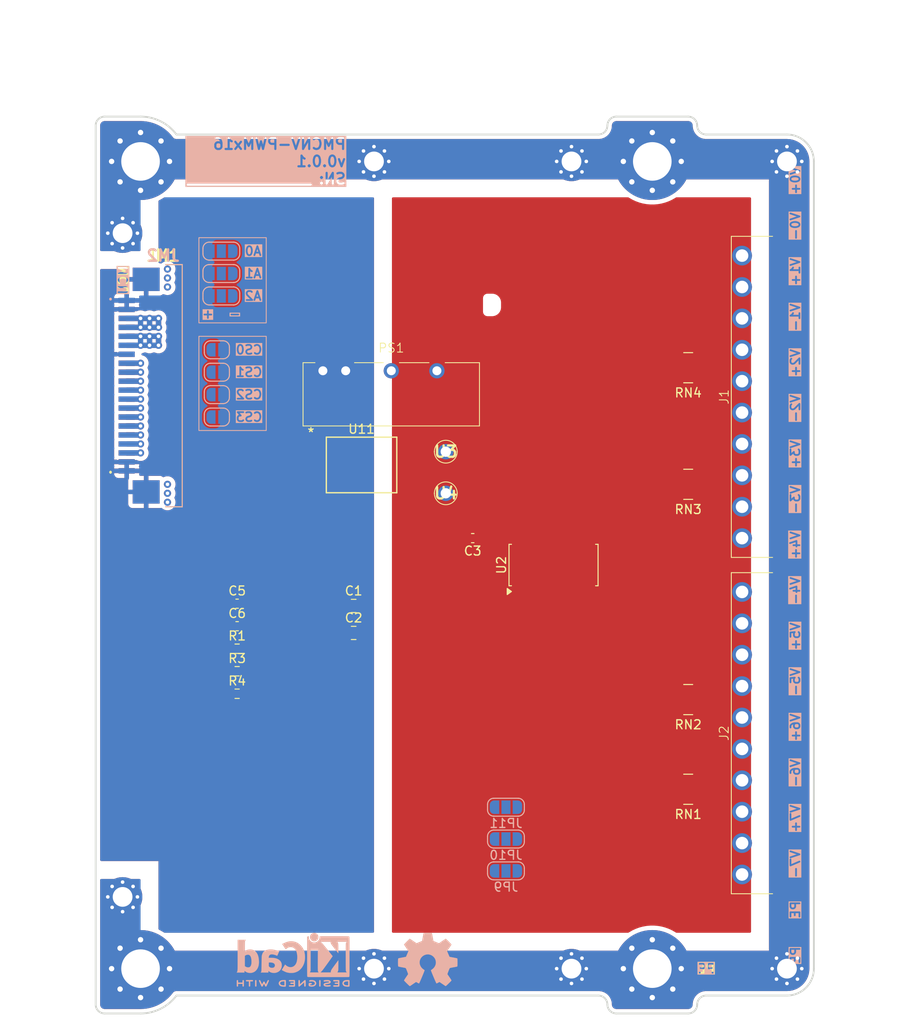
<source format=kicad_pcb>
(kicad_pcb (version 20241229) (generator "pcbnew") (generator_version "9.0")
  (title_block (title "${article} v${version}"))
  (layers (0 "F.Cu" signal) (2 "B.Cu" signal) (13 "F.Paste" user) (15 "B.Paste" user) (5 "F.SilkS" user "F.Silkscreen") (7 "B.SilkS" user "B.Silkscreen") (1 "F.Mask" user) (3 "B.Mask" user) (25 "Edge.Cuts" user))
  (property "article" "PMCNV-PWMx16")
  (property "version" "0.0.1")
  (net 0 "")
  (net 1 "PE")
  (net 2 "/CS2_IB")
  (net 3 "/MOSI_IB")
  (net 4 "GND_IB")
  (net 5 "/SDA_IB")
  (net 6 "Net-(JM1-Pin_5)")
  (net 7 "GND_CNV")
  (net 8 "+3.3V_IB")
  (net 9 "/MISO_IB")
  (net 10 "+5V_IB")
  (net 11 "/RST_IB")
  (net 12 "/A0")
  (net 13 "/A1")
  (net 14 "/A2")
  (net 15 "/SCL_IB")
  (net 16 "/CS3_IB")
  (net 17 "/SCK_IB")
  (net 18 "/CS1_IB")
  (net 19 "/CS0_IB")
  (net 20 "+5V_CNV")
  (net 21 "/SDA_CNV")
  (net 22 "/SCL_CNV")
  (net 23 "/A3")
  (net 24 "/A4")
  (net 25 "/A5")
  (net 26 "/PWM0")
  (net 27 "/PWM5")
  (net 28 "/PWM3")
  (net 29 "/PWM7")
  (net 30 "/PWM6")
  (net 31 "/PWM1")
  (net 32 "/PWM4")
  (net 33 "/PWM2")
  (net 34 "/PWM8")
  (net 35 "/PWM10")
  (net 36 "/PWM13")
  (net 37 "/PWM11")
  (net 38 "/PWM15")
  (net 39 "/PWM9")
  (net 40 "/PWM12")
  (net 41 "/PWM14")
  (net 42 "Net-(RN1A-R1.2)")
  (net 43 "Net-(RN1D-R4.2)")
  (net 44 "Net-(RN1B-R2.2)")
  (net 45 "Net-(RN1C-R3.2)")
  (net 46 "Net-(RN2D-R4.2)")
  (net 47 "Net-(RN2B-R2.2)")
  (net 48 "Net-(RN2A-R1.2)")
  (net 49 "Net-(RN2C-R3.2)")
  (net 50 "Net-(RN3A-R1.2)")
  (net 51 "Net-(RN3C-R3.2)")
  (net 52 "Net-(RN3D-R4.2)")
  (net 53 "Net-(RN3B-R2.2)")
  (net 54 "Net-(RN4D-R4.2)")
  (net 55 "Net-(RN4A-R1.2)")
  (net 56 "Net-(RN4B-R2.2)")
  (net 57 "Net-(RN4C-R3.2)")
  (footprint "kicad_inventree_lib:PM-ESP32C3_v0.0.7" (layer "F.Cu") (at 25 100)
    (property "Reference" "U1" (hide yes))
    (property "Value" "~" (hide yes))
  )
  (footprint "Resistor_SMD:R_0603_1608Metric" (layer "F.Cu") (at 40.7575 109.33)
    (property "Reference" "R1")
    (property "Value" "220R")
  )
  (footprint "kicad_inventree_lib:B2405LS-1WR3" (layer "F.Cu") (at 57.93 78.34)
    (property "Reference" "PS1")
    (property "Value" "5V/5V")
  )
  (footprint "Resistor_SMD:R_Array_Convex_4x0603" (layer "F.Cu") (at 91 91 180)
    (property "Reference" "RN3")
    (property "Value" "220R")
  )
  (footprint "kicad_inventree_lib:PMLED-xx-v0.0.2" (layer "F.Cu") (at 90 100)
    (property "Reference" "SP1" (hide yes))
    (property "Value" "~")
  )
  (footprint "kicad_inventree_lib:SOICW8_CLG" (layer "F.Cu") (at 54.6159 88.842)
    (property "Reference" "U11")
    (property "Value" "CA-IS3021G")
  )
  (footprint "Resistor_SMD:R_0603_1608Metric" (layer "F.Cu") (at 40.7575 111.84)
    (property "Reference" "R3")
    (property "Value" "330R")
  )
  (footprint "kicad_inventree_lib:15EDGRC-3.5-10P" (layer "F.Cu") (at 97 97 90)
    (property "Reference" "J1")
    (property "Value" "15EDGRC-3.5-10P")
  )
  (footprint "Capacitor_SMD:C_0805_2012Metric" (layer "F.Cu") (at 53.7375 107.57)
    (property "Reference" "C2")
    (property "Value" "10uF")
  )
  (footprint "Resistor_SMD:R_0603_1608Metric" (layer "F.Cu") (at 40.7575 114.35)
    (property "Reference" "R4")
    (property "Value" "330R")
  )
  (footprint "kicad_inventree_lib:15EDGRC-3.5-10P" (layer "F.Cu") (at 97 134.5 90)
    (property "Reference" "J2")
    (property "Value" "15EDGRC-3.5-10P")
  )
  (footprint "kicad_inventree_lib:5117" (layer "F.Cu") (at 64 87.36)
    (property "Reference" "U3")
    (property "Value" "5117" (hide yes))
  )
  (footprint "Capacitor_SMD:C_0603_1608Metric" (layer "F.Cu") (at 40.7575 104.31)
    (property "Reference" "C5")
    (property "Value" "100nF")
  )
  (footprint "Resistor_SMD:R_Array_Convex_4x0603" (layer "F.Cu") (at 91 125 180)
    (property "Reference" "RN1")
    (property "Value" "220R")
  )
  (footprint "Resistor_SMD:R_Array_Convex_4x0603" (layer "F.Cu") (at 91 115 180)
    (property "Reference" "RN2")
    (property "Value" "220R")
  )
  (footprint "Package_SO:TSSOP-28_4.4x9.7mm_P0.65mm" (layer "F.Cu") (at 76 100 90)
    (property "Reference" "U2")
    (property "Value" "PCA9685PW")
  )
  (footprint "Capacitor_SMD:C_0805_2012Metric" (layer "F.Cu") (at 53.7375 104.56)
    (property "Reference" "C1")
    (property "Value" "4.7uF")
  )
  (footprint "Resistor_SMD:R_Array_Convex_4x0603" (layer "F.Cu") (at 91 78 180)
    (property "Reference" "RN4")
    (property "Value" "220R")
  )
  (footprint "MountingHole:MountingHole_4.3mm_M4_Pad_Via" (layer "F.Cu") (at 30 55)
    (property "Reference" "H2" (hide yes))
    (property "Value" "M4")
  )
  (footprint "kicad_inventree_lib:5117" (layer "F.Cu") (at 64 92)
    (property "Reference" "U4")
    (property "Value" "5117" (hide yes))
  )
  (footprint "Capacitor_SMD:C_0603_1608Metric" (layer "F.Cu") (at 67 97 180)
    (property "Reference" "C3")
    (property "Value" "100nF")
  )
  (footprint "kicad_inventree_lib:AFA07S20FCA00" (layer "F.Cu") (at 32 80 90)
    (property "Reference" "JM1")
    (property "Value" "AFA07-S20FCC-00" (hide yes))
  )
  (footprint "Capacitor_SMD:C_0603_1608Metric" (layer "F.Cu") (at 40.7575 106.82)
    (property "Reference" "C6")
    (property "Value" "100nF")
  )
  (footprint "MountingHole:MountingHole_4.3mm_M4_Pad_Via" (layer "F.Cu") (at 87 55)
    (property "Reference" "H1" (hide yes))
    (property "Value" "M4")
  )
  (footprint "MountingHole:MountingHole_4.3mm_M4_Pad_Via" (layer "F.Cu") (at 87 145)
    (property "Reference" "H3" (hide yes))
    (property "Value" "M4")
  )
  (footprint "MountingHole:MountingHole_4.3mm_M4_Pad_Via" (layer "F.Cu") (at 30 145)
    (property "Reference" "H4" (hide yes))
    (property "Value" "M4")
  )
  (footprint "Jumper:SolderJumper-2_P1.3mm_Open_RoundedPad1.0x1.5mm" (layer "B.Cu") (at 38.5 83.5)
    (property "Reference" "JP4" (hide yes))
    (property "Value" "SolderJumper_2_Open")
  )
  (footprint "Jumper:SolderJumper-2_P1.3mm_Open_RoundedPad1.0x1.5mm" (layer "B.Cu") (at 38.5 76)
    (property "Reference" "JP1" (hide yes))
    (property "Value" "SolderJumper_2_Open")
  )
  (footprint "Jumper:SolderJumper-2_P1.3mm_Open_RoundedPad1.0x1.5mm" (layer "B.Cu") (at 38.5 81)
    (property "Reference" "JP3" (hide yes))
    (property "Value" "SolderJumper_2_Open")
  )
  (footprint "kicad_inventree_lib:SolderJumper-3_P1.3mm_Open_RoundedPad1.0x1.5mm" (layer "B.Cu") (at 70.7 130.55)
    (property "Reference" "JP10")
    (property "Value" "SolderJumper_3_Open")
  )
  (footprint "kicad_inventree_lib:SolderJumper-3_P1.3mm_Open_RoundedPad1.0x1.5mm" (layer "B.Cu") (at 39 67.5)
    (property "Reference" "JP6" (hide yes))
    (property "Value" "SolderJumper_3_Open")
  )
  (footprint "kicad_inventree_lib:SolderJumper-3_P1.3mm_Open_RoundedPad1.0x1.5mm" (layer "B.Cu") (at 70.7 127)
    (property "Reference" "JP11")
    (property "Value" "SolderJumper_3_Open")
  )
  (footprint "Symbol:KiCad-Logo2_5mm_SilkScreen" (layer "B.Cu") (at 47 144 180)
    (property "Reference" "kicad_logo" (hide yes))
    (property "Value" "KiCad-Logo2_5mm_SilkScreen" (hide yes))
  )
  (footprint "kicad_inventree_lib:SolderJumper-3_P1.3mm_Open_RoundedPad1.0x1.5mm" (layer "B.Cu") (at 39 70)
    (property "Reference" "JP7" (hide yes))
    (property "Value" "SolderJumper_3_Open")
  )
  (footprint "kicad_inventree_lib:SolderJumper-3_P1.3mm_Open_RoundedPad1.0x1.5mm" (layer "B.Cu") (at 70.7 134.1)
    (property "Reference" "JP9")
    (property "Value" "SolderJumper_3_Open")
  )
  (footprint "kicad_inventree_lib:AFA07S20FCA00" (layer "B.Cu") (at 32 80 -90)
    (property "Reference" "JM2")
    (property "Value" "AFA07-S20FCC-00" (hide yes))
  )
  (footprint "kicad_inventree_lib:SolderJumper-3_P1.3mm_Open_RoundedPad1.0x1.5mm" (layer "B.Cu") (at 39 65)
    (property "Reference" "JP5" (hide yes))
    (property "Value" "SolderJumper_3_Open")
  )
  (footprint "Symbol:OSHW-Symbol_6.7x6mm_SilkScreen" (layer "B.Cu") (at 62 144 180)
    (property "Reference" "oshw_logo" (hide yes))
    (property "Value" "OSHW-Symbol_6.7x6mm_SilkScreen" (hide yes))
  )
  (footprint "Jumper:SolderJumper-2_P1.3mm_Open_RoundedPad1.0x1.5mm" (layer "B.Cu") (at 38.5 78.5)
    (property "Reference" "JP2" (hide yes))
    (property "Value" "SolderJumper_2_Open")
  )
  (gr_rect (start 36.5 63.5) (end 44 73) (stroke (width 0.1)) (fill no) (layer "B.SilkS"))
  (gr_rect (start 36.5 74.5) (end 44 85) (stroke (width 0.1)) (fill no) (layer "B.SilkS"))
  (gr_arc (start 26 150) (mid 25.292893 149.707107) (end 25 149) (stroke (width 0.2)) (layer "Edge.Cuts"))
  (gr_arc (start 81 148) (mid 81.707107 148.292893) (end 82 149) (stroke (width 0.2)) (layer "Edge.Cuts"))
  (gr_arc (start 25 51) (mid 25.292893 50.292893) (end 26 50) (stroke (width 0.2)) (layer "Edge.Cuts"))
  (gr_arc (start 92 149) (mid 92.292893 148.292893) (end 93 148) (stroke (width 0.2)) (layer "Edge.Cuts"))
  (gr_line (start 93 148) (end 102 148) (stroke (width 0.2)) (layer "Edge.Cuts"))
  (gr_line (start 26 150) (end 30 150) (stroke (width 0.2)) (layer "Edge.Cuts"))
  (gr_arc (start 91 50) (mid 91.707107 50.292893) (end 92 51) (stroke (width 0.2)) (layer "Edge.Cuts"))
  (gr_arc (start 30 50) (mid 32.236068 50.527864) (end 34 52) (stroke (width 0.2)) (layer "Edge.Cuts"))
  (gr_arc (start 34 148) (mid 32.236068 149.472136) (end 30 150) (stroke (width 0.2)) (layer "Edge.Cuts"))
  (gr_line (start 25 149) (end 25 51) (stroke (width 0.2)) (layer "Edge.Cuts"))
  (gr_arc (start 92 149) (mid 91.707107 149.707107) (end 91 150) (stroke (width 0.2)) (layer "Edge.Cuts"))
  (gr_line (start 93 52) (end 102 52) (stroke (width 0.2)) (layer "Edge.Cuts"))
  (gr_arc (start 93 52) (mid 92.292893 51.707107) (end 92 51) (stroke (width 0.2)) (layer "Edge.Cuts"))
  (gr_line (start 26 50) (end 30 50) (stroke (width 0.2)) (layer "Edge.Cuts"))
  (gr_line (start 34 52) (end 81 52) (stroke (width 0.2)) (layer "Edge.Cuts"))
  (gr_arc (start 83 150) (mid 82.292893 149.707107) (end 82 149) (stroke (width 0.2)) (layer "Edge.Cuts"))
  (gr_line (start 83 150) (end 91 150) (stroke (width 0.2)) (layer "Edge.Cuts"))
  (gr_arc (start 102 52) (mid 104.12132 52.87868) (end 105 55) (stroke (width 0.2)) (layer "Edge.Cuts"))
  (gr_arc (start 82 51) (mid 81.707107 51.707107) (end 81 52) (stroke (width 0.2)) (layer "Edge.Cuts"))
  (gr_line (start 81 148) (end 34 148) (stroke (width 0.2)) (layer "Edge.Cuts"))
  (gr_line (start 105 55) (end 105 145) (stroke (width 0.2)) (layer "Edge.Cuts"))
  (gr_line (start 91 50) (end 83 50) (stroke (width 0.2)) (layer "Edge.Cuts"))
  (gr_arc (start 82 51) (mid 82.292893 50.292893) (end 83 50) (stroke (width 0.2)) (layer "Edge.Cuts"))
  (gr_arc (start 105 145) (mid 104.12132 147.12132) (end 102 148) (stroke (width 0.2)) (layer "Edge.Cuts"))
  (gr_text "MCU" (at 27.5 66.5 90) (layer "F.SilkS" knockout) (effects (font (size 1 1) (thickness 0.2) (bold yes)) (justify right top)))
  (gr_text "PE" (at 93 145 0) (layer "F.SilkS" knockout) (effects (font (size 1 1) (thickness 0.2) (bold yes))))
  (gr_text "A1" (at 41.5 67.5 0) (layer "B.SilkS" knockout) (effects (font (size 1 1) (thickness 0.2) (bold yes)) (justify right mirror)))
  (gr_text "V1+" (at 102.94 67.31 90) (layer "B.SilkS" knockout) (effects (font (size 1 1) (thickness 0.2) (bold yes)) (justify mirror)))
  (gr_text "V7-" (at 102.94 133.35 90) (layer "B.SilkS" knockout) (effects (font (size 1 1) (thickness 0.2) (bold yes)) (justify mirror)))
  (gr_text "V2-" (at 102.94 82.55 90) (layer "B.SilkS" knockout) (effects (font (size 1 1) (thickness 0.2) (bold yes)) (justify mirror)))
  (gr_text "V5+" (at 102.94 107.95 90) (layer "B.SilkS" knockout) (effects (font (size 1 1) (thickness 0.2) (bold yes)) (justify mirror)))
  (gr_text "MCU" (at 27.5 66.5 90) (layer "B.SilkS" knockout) (effects (font (size 1 1) (thickness 0.2) (bold yes)) (justify left top mirror)))
  (gr_text "V1-" (at 102.94 72.39 90) (layer "B.SilkS" knockout) (effects (font (size 1 1) (thickness 0.2) (bold yes)) (justify mirror)))
  (gr_text "PE" (at 102.94 138.43 90) (layer "B.SilkS" knockout) (effects (font (size 1 1) (thickness 0.2) (bold yes)) (justify mirror)))
  (gr_text "V4+" (at 102.94 97.79 90) (layer "B.SilkS" knockout) (effects (font (size 1 1) (thickness 0.2) (bold yes)) (justify mirror)))
  (gr_text "V7+" (at 102.94 128.27 90) (layer "B.SilkS" knockout) (effects (font (size 1 1) (thickness 0.2) (bold yes)) (justify mirror)))
  (gr_text "V3-" (at 102.94 92.71 90) (layer "B.SilkS" knockout) (effects (font (size 1 1) (thickness 0.2) (bold yes)) (justify mirror)))
  (gr_text "V6-" (at 102.94 123.19 90) (layer "B.SilkS" knockout) (effects (font (size 1 1) (thickness 0.2) (bold yes)) (justify mirror)))
  (gr_text "V3+" (at 102.94 87.63 90) (layer "B.SilkS" knockout) (effects (font (size 1 1) (thickness 0.2) (bold yes)) (justify mirror)))
  (gr_text "V0-" (at 102.94 62.23 90) (layer "B.SilkS" knockout) (effects (font (size 1 1) (thickness 0.2) (bold yes)) (justify mirror)))
  (gr_text "+" (at 37.5 72 0) (layer "B.SilkS" knockout) (effects (font (size 1 1) (thickness 0.2) (bold yes)) (justify mirror)))
  (gr_text "A0" (at 41.5 65 0) (layer "B.SilkS" knockout) (effects (font (size 1 1) (thickness 0.2) (bold yes)) (justify right mirror)))
  (gr_text "CS0" (at 40.5 76 0) (layer "B.SilkS" knockout) (effects (font (size 1 1) (thickness 0.2) (bold yes)) (justify right mirror)))
  (gr_text "CS1" (at 40.5 78.5 0) (layer "B.SilkS" knockout) (effects (font (size 1 1) (thickness 0.2) (bold yes)) (justify right mirror)))
  (gr_text "V0+" (at 102.94 57.15 90) (layer "B.SilkS" knockout) (effects (font (size 1 1) (thickness 0.2) (bold yes)) (justify mirror)))
  (gr_text "PE" (at 102.94 143.51 90) (layer "B.SilkS" knockout) (effects (font (size 1 1) (thickness 0.2) (bold yes)) (justify mirror)))
  (gr_text "V6+" (at 102.94 118.11 90) (layer "B.SilkS" knockout) (effects (font (size 1 1) (thickness 0.2) (bold yes)) (justify mirror)))
  (gr_text "CS2" (at 40.5 81 0) (layer "B.SilkS" knockout) (effects (font (size 1 1) (thickness 0.2) (bold yes)) (justify right mirror)))
  (gr_text "V4-" (at 102.94 102.87 90) (layer "B.SilkS" knockout) (effects (font (size 1 1) (thickness 0.2) (bold yes)) (justify mirror)))
  (gr_text "A2" (at 41.5 70 0) (layer "B.SilkS" knockout) (effects (font (size 1 1) (thickness 0.2) (bold yes)) (justify right mirror)))
  (gr_text "${article}\nv${version}\nSN: _______________" (at 53 55 0) (layer "B.SilkS" knockout) (effects (font (size 1.2 1.2) (thickness 0.24) (bold yes)) (justify left mirror)))
  (gr_text "-" (at 40.5 72 0) (layer "B.SilkS" knockout) (effects (font (size 1 1) (thickness 0.2) (bold yes)) (justify mirror)))
  (gr_text "V5-" (at 102.94 113.03 90) (layer "B.SilkS" knockout) (effects (font (size 1 1) (thickness 0.2) (bold yes)) (justify mirror)))
  (gr_text "V2+" (at 102.94 77.47 90) (layer "B.SilkS" knockout) (effects (font (size 1 1) (thickness 0.2) (bold yes)) (justify mirror)))
  (gr_text "PE" (at 93 145 -0) (layer "B.SilkS" knockout) (effects (font (size 1 1) (thickness 0.2) (bold yes)) (justify mirror)))
  (gr_text "CS3" (at 40.5 83.5 0) (layer "B.SilkS" knockout) (effects (font (size 1 1) (thickness 0.2) (bold yes)) (justify right mirror)))
  (via (at 33 92) (size 0.8) (drill 0.4) (layers "F.Cu" "B.Cu") (net 0))
  (via (at 33 67) (size 0.8) (drill 0.4) (layers "F.Cu" "B.Cu") (net 0))
  (via (at 33 93) (size 0.8) (drill 0.4) (layers "F.Cu" "B.Cu") (net 0))
  (via (at 33 91) (size 0.8) (drill 0.4) (layers "F.Cu" "B.Cu") (net 0))
  (via (at 33 69) (size 0.8) (drill 0.4) (layers "F.Cu" "B.Cu") (net 0))
  (via (at 33 68) (size 0.8) (drill 0.4) (layers "F.Cu" "B.Cu") (net 0))
  (segment (start 30 82.5) (end 28.454 82.5) (width 0.6) (layer "F.Cu") (net 2))
  (via (at 30 82.5) (size 0.8) (drill 0.4) (layers "F.Cu" "B.Cu") (net 2))
  (segment (start 28.454 82.5) (end 30 82.5) (width 0.6) (layer "B.Cu") (net 2))
  (segment (start 30 77.5) (end 28.454 77.5) (width 0.6) (layer "F.Cu") (net 3))
  (via (at 30 77.5) (size 0.8) (drill 0.4) (layers "F.Cu" "B.Cu") (net 3))
  (segment (start 28.454 77.5) (end 30 77.5) (width 0.6) (layer "B.Cu") (net 3))
  (segment (start 30 86.5) (end 28.454 86.5) (width 0.6) (layer "F.Cu") (net 5))
  (via (at 30 86.5) (size 0.8) (drill 0.4) (layers "F.Cu" "B.Cu") (net 5))
  (segment (start 28.454 86.5) (end 30 86.5) (width 0.6) (layer "B.Cu") (net 5))
  (segment (start 30 85.5) (end 28.454 85.5) (width 0.6) (layer "F.Cu") (net 6))
  (via (at 30 85.5) (size 0.8) (drill 0.4) (layers "F.Cu" "B.Cu") (net 6))
  (segment (start 28.454 85.5) (end 30 85.5) (width 0.6) (layer "B.Cu") (net 6))
  (segment (start 31 74.5) (end 32 74.5) (width 0.6) (layer "F.Cu") (net 8))
  (segment (start 32 74.5) (end 32 75.5) (width 0.6) (layer "F.Cu") (net 8))
  (segment (start 30 75.5) (end 31 75.5) (width 0.6) (layer "F.Cu") (net 8))
  (segment (start 31 75.5) (end 32 75.5) (width 0.6) (layer "F.Cu") (net 8))
  (segment (start 28.454 74.5) (end 30 74.5) (width 0.6) (layer "F.Cu") (net 8))
  (segment (start 28.454 75.5) (end 30 75.5) (width 0.6) (layer "F.Cu") (net 8))
  (segment (start 30 74.5) (end 30 75.5) (width 0.6) (layer "F.Cu") (net 8))
  (segment (start 30 74.5) (end 31 74.5) (width 0.6) (layer "F.Cu") (net 8))
  (segment (start 31 74.5) (end 31 75.5) (width 0.6) (layer "F.Cu") (net 8))
  (via (at 30 75.5) (size 0.8) (drill 0.4) (layers "F.Cu" "B.Cu") (net 8))
  (via (at 30 74.5) (size 0.8) (drill 0.4) (layers "F.Cu" "B.Cu") (net 8))
  (via (at 31 75.5) (size 0.8) (drill 0.4) (layers "F.Cu" "B.Cu") (net 8))
  (via (at 32 74.5) (size 0.8) (drill 0.4) (layers "F.Cu" "B.Cu") (net 8))
  (via (at 31 74.5) (size 0.8) (drill 0.4) (layers "F.Cu" "B.Cu") (net 8))
  (via (at 32 75.5) (size 0.8) (drill 0.4) (layers "F.Cu" "B.Cu") (net 8))
  (segment (start 32 75.5) (end 28.454 75.5) (width 0.6) (layer "B.Cu") (net 8))
  (segment (start 31 74.5) (end 31 75.5) (width 0.6) (layer "B.Cu") (net 8))
  (segment (start 32 74.5) (end 32 75.5) (width 0.6) (layer "B.Cu") (net 8))
  (segment (start 32 74.5) (end 28.454 74.5) (width 0.6) (layer "B.Cu") (net 8))
  (segment (start 30 74.5) (end 30 75.5) (width 0.6) (layer "B.Cu") (net 8))
  (segment (start 30 78.5) (end 28.454 78.5) (width 0.6) (layer "F.Cu") (net 9))
  (via (at 30 78.5) (size 0.8) (drill 0.4) (layers "F.Cu" "B.Cu") (net 9))
  (segment (start 28.454 78.5) (end 30 78.5) (width 0.6) (layer "B.Cu") (net 9))
  (segment (start 30 72.5) (end 30 73.5) (width 0.6) (layer "F.Cu") (net 10))
  (segment (start 31 72.5) (end 32 72.5) (width 0.6) (layer "F.Cu") (net 10))
  (segment (start 28.454 73.5) (end 30 73.5) (width 0.6) (layer "F.Cu") (net 10))
  (segment (start 31 73.5) (end 32 73.5) (width 0.6) (layer "F.Cu") (net 10))
  (segment (start 32 72.5) (end 32 73.5) (width 0.6) (layer "F.Cu") (net 10))
  (segment (start 28.454 72.5) (end 30 72.5) (width 0.6) (layer "F.Cu") (net 10))
  (segment (start 30 72.5) (end 31 72.5) (width 0.6) (layer "F.Cu") (net 10))
  (segment (start 30 73.5) (end 31 73.5) (width 0.6) (layer "F.Cu") (net 10))
  (segment (start 31 72.5) (end 31 73.5) (width 0.6) (layer "F.Cu") (net 10))
  (via (at 31 72.5) (size 0.8) (drill 0.4) (layers "F.Cu" "B.Cu") (net 10))
  (via (at 32 72.5) (size 0.8) (drill 0.4) (layers "F.Cu" "B.Cu") (net 10))
  (via (at 31 73.5) (size 0.8) (drill 0.4) (layers "F.Cu" "B.Cu") (net 10))
  (via (at 32 73.5) (size 0.8) (drill 0.4) (layers "F.Cu" "B.Cu") (net 10))
  (via (at 30 73.5) (size 0.8) (drill 0.4) (layers "F.Cu" "B.Cu") (net 10))
  (via (at 30 72.5) (size 0.8) (drill 0.4) (layers "F.Cu" "B.Cu") (net 10))
  (segment (start 32 72.5) (end 28.454 72.5) (width 0.6) (layer "B.Cu") (net 10))
  (segment (start 31 72.5) (end 31 73.5) (width 0.6) (layer "B.Cu") (net 10))
  (segment (start 30 72.5) (end 30 73.5) (width 0.6) (layer "B.Cu") (net 10))
  (segment (start 32 73.5) (end 28.454 73.5) (width 0.6) (layer "B.Cu") (net 10))
  (segment (start 32 73.5) (end 32 72.5) (width 0.6) (layer "B.Cu") (net 10))
  (segment (start 30 84.5) (end 28.454 84.5) (width 0.6) (layer "F.Cu") (net 11))
  (via (at 30 84.5) (size 0.8) (drill 0.4) (layers "F.Cu" "B.Cu") (net 11))
  (segment (start 28.454 84.5) (end 30 84.5) (width 0.6) (layer "B.Cu") (net 11))
  (segment (start 30 87.5) (end 28.454 87.5) (width 0.6) (layer "F.Cu") (net 15))
  (via (at 30 87.5) (size 0.8) (drill 0.4) (layers "F.Cu" "B.Cu") (net 15))
  (segment (start 28.454 87.5) (end 30 87.5) (width 0.6) (layer "B.Cu") (net 15))
  (segment (start 30 83.5) (end 28.454 83.5) (width 0.6) (layer "F.Cu") (net 16))
  (via (at 30 83.5) (size 0.8) (drill 0.4) (layers "F.Cu" "B.Cu") (net 16))
  (segment (start 28.454 83.5) (end 30 83.5) (width 0.6) (layer "B.Cu") (net 16))
  (segment (start 30 79.5) (end 28.454 79.5) (width 0.6) (layer "F.Cu") (net 17))
  (via (at 30 79.5) (size 0.8) (drill 0.4) (layers "F.Cu" "B.Cu") (net 17))
  (segment (start 28.454 79.5) (end 30 79.5) (width 0.6) (layer "B.Cu") (net 17))
  (segment (start 30 81.5) (end 28.454 81.5) (width 0.6) (layer "F.Cu") (net 18))
  (via (at 30 81.5) (size 0.8) (drill 0.4) (layers "F.Cu" "B.Cu") (net 18))
  (segment (start 28.454 81.5) (end 30 81.5) (width 0.6) (layer "B.Cu") (net 18))
  (segment (start 30 80.5) (end 28.454 80.5) (width 0.6) (layer "F.Cu") (net 19))
  (via (at 30 80.5) (size 0.8) (drill 0.4) (layers "F.Cu" "B.Cu") (net 19))
  (segment (start 28.454 80.5) (end 30 80.5) (width 0.6) (layer "B.Cu") (net 19))
  (zone (net 7) (net_name "GND_CNV") (layers "F.Cu" "B.Cu") (priority 2) (connect_pads (clearance 0.5)) (min_thickness 0.25) (fill yes (thermal_gap 0.5) (thermal_bridge_width 0.5))
    (polygon (pts (xy 58 59) (xy 98 59) (xy 98 141) (xy 58 141)))
  )
  (zone (net 1) (net_name "PE") (layers "F.Cu" "B.Cu") (connect_pads (clearance 0.5)) (min_thickness 0.25) (fill yes (thermal_gap 0.5) (thermal_bridge_width 0.5))
    (polygon (pts (xy 30 65) (xy 25 65) (xy 25 50) (xy 105 50) (xy 105 150) (xy 25 151) (xy 25 135) (xy 30 135) (xy 30 143) (xy 100 143) (xy 100 57) (xy 30 57)))
  )
  (zone (net 4) (net_name "GND_IB") (layers "F.Cu" "B.Cu") (priority 1) (connect_pads (clearance 0.5)) (min_thickness 0.25) (fill yes (thermal_gap 0.5) (thermal_bridge_width 0.5))
    (polygon (pts (xy 25 67) (xy 32 67) (xy 32 59) (xy 56 59) (xy 56 141) (xy 32 141) (xy 32 133) (xy 25 133)))
  )
)
</source>
